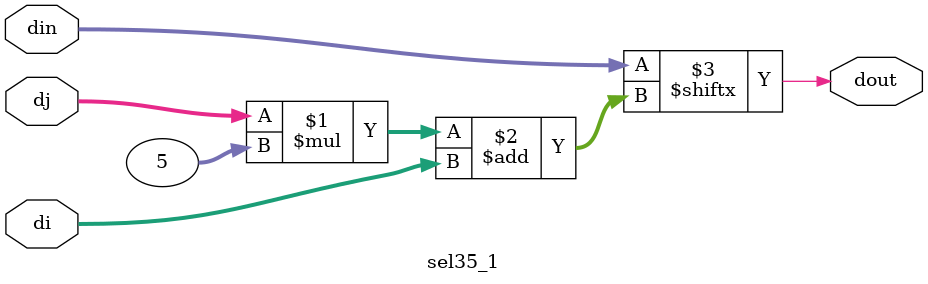
<source format=v>
`timescale 1ns / 1ps


module sel35_1(
    input [34:0] din,
    input [11:0] di, dj,
    output dout
    );
    assign dout = din[dj * 5 + di];
endmodule

</source>
